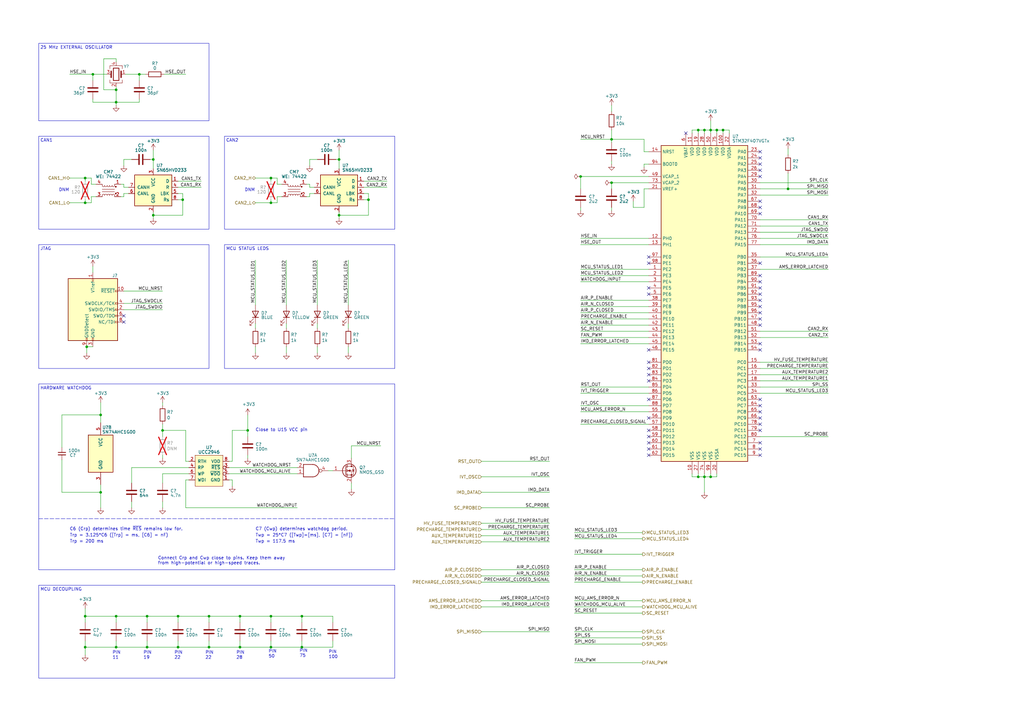
<source format=kicad_sch>
(kicad_sch (version 20250114) (generator "eeschema") (generator_version "9.0")
  (paper "A3")
  (title_block (rev "1.1") (company "KTH Formula Student") (comment 1 " - ") (comment 2 "Emil Nordahl") (comment 3 "emil.nordahl@kthformulastudent.se"))
  (rectangle (start 15.875 157.48) (end 161.925 233.68))
  (rectangle (start 15.875 17.78) (end 85.725 49.53))
  (rectangle (start 15.875 55.88) (end 85.725 93.98))
  (rectangle (start 92.075 100.33) (end 161.925 151.13))
  (rectangle (start 92.075 55.88) (end 161.925 93.98))
  (rectangle (start 15.875 240.03) (end 161.925 278.13))
  (rectangle (start 15.875 100.33) (end 85.725 151.13))
  (text "CAN1" (at 16.51 58.42 0) (effects (font (size 1.27 1.27)) (justify left bottom)))
  (text "PIN \n22" (at 84.201 270.51 0) (effects (font (size 1.27 1.27)) (justify left bottom)))
  (text "Close to U15 VCC pin\n" (at 104.775 177.165 0) (effects (font (size 1.27 1.27)) (justify left bottom)))
  (text "PIN \n100\n" (at 134.747 270.256 0) (effects (font (size 1.27 1.27)) (justify left bottom)))
  (text "Trp = 200 ms" (at 28.575 222.885 0) (effects (font (size 1.27 1.27)) (justify left bottom)))
  (text "25 MHz EXTERNAL OSCILLATOR" (at 16.51 20.32 0) (effects (font (size 1.27 1.27)) (justify left bottom)))
  (text "MCU STATUS LEDS" (at 92.71 102.87 0) (effects (font (size 1.27 1.27)) (justify left bottom)))
  (text "Connect Crp and Cwp close to pins. Keep them away \nfrom high-potential or high-speed traces.\n" (at 64.77 231.775 0) (effects (font (size 1.27 1.27)) (justify left bottom)))
  (text "PIN \n50\n" (at 110.109 270.002 0) (effects (font (size 1.27 1.27)) (justify left bottom)))
  (text "C7 (Cwp) determines watchdog period." (at 104.775 217.805 0) (effects (font (size 1.27 1.27)) (justify left bottom)))
  (text "PIN \n11\n" (at 46.101 270.51 0) (effects (font (size 1.27 1.27)) (justify left bottom)))
  (text "JTAG" (at 16.51 102.87 0) (effects (font (size 1.27 1.27)) (justify left bottom)))
  (text "Twp = 117.5 ms" (at 104.775 222.885 0) (effects (font (size 1.27 1.27)) (justify left bottom)))
  (text "C6 (Crp) determines time ~{RES} remains low for.\n" (at 28.575 217.805 0) (effects (font (size 1.27 1.27)) (justify left bottom)))
  (text "Trp = 3.125*C6 ([Trp] = ms, [C6] = nF)" (at 28.575 220.345 0) (effects (font (size 1.27 1.27)) (justify left bottom)))
  (text "PIN \n28\n" (at 96.901 270.51 0) (effects (font (size 1.27 1.27)) (justify left bottom)))
  (text "Twp = 25*C7 ([Twp]=[ms], [C7] = [nF])" (at 104.775 220.345 0) (effects (font (size 1.27 1.27)) (justify left bottom)))
  (text "MCU DECOUPLING" (at 16.51 242.57 0) (effects (font (size 1.27 1.27)) (justify left bottom)))
  (text "PIN \n22" (at 71.501 270.51 0) (effects (font (size 1.27 1.27)) (justify left bottom)))
  (text "DNM" (at 24.13 78.74 0) (effects (font (size 1.27 1.27)) (justify left bottom)))
  (text "PIN \n19\n" (at 58.801 270.51 0) (effects (font (size 1.27 1.27)) (justify left bottom)))
  (text "CAN2" (at 92.71 58.42 0) (effects (font (size 1.27 1.27)) (justify left bottom)))
  (text "DNM" (at 100.33 78.74 0) (effects (font (size 1.27 1.27)) (justify left bottom)))
  (text "HARDWARE WATCHDOG" (at 16.51 160.02 0) (effects (font (size 1.27 1.27)) (justify left bottom)))
  (text "PIN \n75" (at 122.809 269.748 0) (effects (font (size 1.27 1.27)) (justify left bottom)))
  (junction (at 151.13 81.915))
  (junction (at 101.6 176.53))
  (junction (at 47.625 36.83))
  (junction (at 57.15 30.48))
  (junction (at 111.125 73.025))
  (junction (at 35.56 142.24))
  (junction (at 34.925 73.025))
  (junction (at 98.425 265.43))
  (junction (at 47.625 265.43))
  (junction (at 73.025 252.73))
  (junction (at 111.125 83.185))
  (junction (at 73.025 265.43))
  (junction (at 66.675 176.53))
  (junction (at 291.465 53.34))
  (junction (at 139.065 65.405))
  (junction (at 123.825 252.73))
  (junction (at 111.125 265.43))
  (junction (at 41.275 170.18))
  (junction (at 60.325 265.43))
  (junction (at 286.385 53.34))
  (junction (at 34.925 265.43))
  (junction (at 250.825 74.93))
  (junction (at 288.925 195.58))
  (junction (at 250.825 57.15))
  (junction (at 123.825 265.43))
  (junction (at 41.275 201.93))
  (junction (at 98.425 252.73))
  (junction (at 85.725 252.73))
  (junction (at 74.93 81.915))
  (junction (at 60.325 252.73))
  (junction (at 238.125 72.39))
  (junction (at 296.545 53.34))
  (junction (at 38.1 30.48))
  (junction (at 294.005 53.34))
  (junction (at 47.625 252.73))
  (junction (at 85.725 265.43))
  (junction (at 62.865 65.405))
  (junction (at 34.925 83.185))
  (junction (at 286.385 195.58))
  (junction (at 34.925 252.73))
  (junction (at 111.125 252.73))
  (junction (at 47.625 41.91))
  (junction (at 139.065 88.265))
  (junction (at 323.215 77.47))
  (junction (at 291.465 195.58))
  (junction (at 62.865 88.265))
  (junction (at 288.925 53.34))
  (no_connect (at 311.785 143.51))
  (no_connect (at 311.785 69.85))
  (no_connect (at 311.785 67.31))
  (no_connect (at 311.785 176.53))
  (no_connect (at 266.065 107.95))
  (no_connect (at 311.785 120.65))
  (no_connect (at 281.305 54.61))
  (no_connect (at 266.065 181.61))
  (no_connect (at 266.065 105.41))
  (no_connect (at 266.065 163.83))
  (no_connect (at 311.785 82.55))
  (no_connect (at 266.065 179.07))
  (no_connect (at 311.785 163.83))
  (no_connect (at 311.785 72.39))
  (no_connect (at 266.065 186.69))
  (no_connect (at 266.065 143.51))
  (no_connect (at 311.785 125.73))
  (no_connect (at 311.785 115.57))
  (no_connect (at 311.785 87.63))
  (no_connect (at 266.065 184.15))
  (no_connect (at 311.785 168.91))
  (no_connect (at 50.8 129.54))
  (no_connect (at 311.785 118.11))
  (no_connect (at 266.065 148.59))
  (no_connect (at 266.065 118.11))
  (no_connect (at 311.785 184.15))
  (no_connect (at 311.785 173.99))
  (no_connect (at 311.785 128.27))
  (no_connect (at 266.065 171.45))
  (no_connect (at 311.785 171.45))
  (no_connect (at 311.785 140.97))
  (no_connect (at 266.065 176.53))
  (no_connect (at 311.785 166.37))
  (no_connect (at 311.785 130.81))
  (no_connect (at 311.785 85.09))
  (no_connect (at 266.065 151.13))
  (no_connect (at 311.785 123.19))
  (no_connect (at 266.065 120.65))
  (no_connect (at 311.785 62.23))
  (no_connect (at 311.785 107.95))
  (no_connect (at 311.785 64.77))
  (no_connect (at 311.785 181.61))
  (no_connect (at 311.785 133.35))
  (no_connect (at 266.065 153.67))
  (no_connect (at 266.065 156.21))
  (no_connect (at 311.785 113.03))
  (no_connect (at 50.8 132.08))
  (no_connect (at 311.785 186.69))
  (wire (pts (xy 113.665 75.565) (xy 113.665 73.025)))
  (wire (pts (xy 35.56 144.78) (xy 35.56 142.24)))
  (wire (pts (xy 111.125 73.025) (xy 111.125 74.295)))
  (wire (pts (xy 130.175 142.24) (xy 130.175 144.78)))
  (wire (pts (xy 101.6 176.53) (xy 101.6 179.07)))
  (wire (pts (xy 311.785 77.47) (xy 323.215 77.47)))
  (wire (pts (xy 311.785 138.43) (xy 339.725 138.43)))
  (wire (pts (xy 197.485 217.17) (xy 225.425 217.17)))
  (wire (pts (xy 73.025 262.89) (xy 73.025 265.43)))
  (wire (pts (xy 250.825 74.93) (xy 266.065 74.93)))
  (wire (pts (xy 283.845 194.31) (xy 283.845 195.58)))
  (wire (pts (xy 311.785 158.75) (xy 339.725 158.75)))
  (wire (pts (xy 50.8 79.375) (xy 52.705 79.375)))
  (wire (pts (xy 158.75 74.295) (xy 149.225 74.295)))
  (wire (pts (xy 127 76.835) (xy 128.905 76.835)))
  (wire (pts (xy 197.485 259.08) (xy 225.425 259.08)))
  (wire (pts (xy 197.485 214.63) (xy 225.425 214.63)))
  (wire (pts (xy 311.785 156.21) (xy 339.725 156.21)))
  (wire (pts (xy 296.545 53.34) (xy 299.085 53.34)))
  (wire (pts (xy 294.005 53.34) (xy 296.545 53.34)))
  (wire (pts (xy 62.865 61.595) (xy 62.865 65.405)))
  (wire (pts (xy 250.825 85.09) (xy 250.825 86.36)))
  (wire (pts (xy 291.465 49.53) (xy 291.465 53.34)))
  (wire (pts (xy 294.005 194.31) (xy 294.005 195.58)))
  (wire (pts (xy 85.725 252.73) (xy 85.725 255.27)))
  (wire (pts (xy 294.005 53.34) (xy 294.005 54.61)))
  (wire (pts (xy 66.675 186.69) (xy 66.675 187.96)))
  (wire (pts (xy 311.785 92.71) (xy 339.725 92.71)))
  (wire (pts (xy 250.825 43.18) (xy 250.825 45.72)))
  (wire (pts (xy 266.065 166.37) (xy 238.125 166.37)))
  (wire (pts (xy 311.785 179.07) (xy 339.725 179.07)))
  (wire (pts (xy 291.465 194.31) (xy 291.465 195.58)))
  (wire (pts (xy 323.215 77.47) (xy 339.725 77.47)))
  (wire (pts (xy 50.8 75.565) (xy 50.8 76.835)))
  (wire (pts (xy 151.13 81.915) (xy 149.225 81.915)))
  (wire (pts (xy 299.085 53.34) (xy 299.085 54.61)))
  (wire (pts (xy 291.465 54.61) (xy 291.465 53.34)))
  (wire (pts (xy 264.16 77.47) (xy 264.16 85.09)))
  (wire (pts (xy 136.525 252.73) (xy 123.825 252.73)))
  (wire (pts (xy 263.525 259.08) (xy 235.585 259.08)))
  (wire (pts (xy 286.385 195.58) (xy 283.845 195.58)))
  (wire (pts (xy 95.25 176.53) (xy 101.6 176.53)))
  (wire (pts (xy 266.065 110.49) (xy 238.125 110.49)))
  (wire (pts (xy 142.875 142.24) (xy 142.875 144.78)))
  (wire (pts (xy 286.385 194.31) (xy 286.385 195.58)))
  (wire (pts (xy 38.1 109.22) (xy 38.1 111.76)))
  (wire (pts (xy 47.625 252.73) (xy 60.325 252.73)))
  (wire (pts (xy 139.065 88.265) (xy 151.13 88.265)))
  (wire (pts (xy 53.975 191.77) (xy 77.47 191.77)))
  (wire (pts (xy 47.625 262.89) (xy 47.625 265.43)))
  (wire (pts (xy 286.385 53.34) (xy 288.925 53.34)))
  (wire (pts (xy 136.525 262.89) (xy 136.525 265.43)))
  (wire (pts (xy 197.485 219.71) (xy 225.425 219.71)))
  (wire (pts (xy 113.665 80.645) (xy 113.665 83.185)))
  (wire (pts (xy 41.275 198.755) (xy 41.275 201.93)))
  (wire (pts (xy 98.425 265.43) (xy 98.425 262.89)))
  (wire (pts (xy 59.69 30.48) (xy 57.15 30.48)))
  (wire (pts (xy 311.785 135.89) (xy 339.725 135.89)))
  (wire (pts (xy 266.065 135.89) (xy 238.125 135.89)))
  (wire (pts (xy 41.275 165.1) (xy 41.275 170.18)))
  (wire (pts (xy 111.125 81.915) (xy 111.125 83.185)))
  (wire (pts (xy 283.845 54.61) (xy 283.845 53.34)))
  (wire (pts (xy 34.925 265.43) (xy 34.925 262.89)))
  (wire (pts (xy 47.625 41.91) (xy 47.625 43.18)))
  (wire (pts (xy 266.065 123.19) (xy 238.125 123.19)))
  (wire (pts (xy 62.865 65.405) (xy 62.865 69.215)))
  (wire (pts (xy 266.065 113.03) (xy 238.125 113.03)))
  (wire (pts (xy 127 75.565) (xy 127 76.835)))
  (wire (pts (xy 123.825 265.43) (xy 111.125 265.43)))
  (wire (pts (xy 98.425 255.27) (xy 98.425 252.73)))
  (wire (pts (xy 130.175 106.68) (xy 130.175 125.095)))
  (wire (pts (xy 142.875 132.715) (xy 142.875 134.62)))
  (wire (pts (xy 137.795 65.405) (xy 139.065 65.405)))
  (wire (pts (xy 259.715 85.09) (xy 264.16 85.09)))
  (wire (pts (xy 66.675 173.99) (xy 66.675 176.53)))
  (wire (pts (xy 93.98 196.85) (xy 95.25 196.85)))
  (wire (pts (xy 139.065 88.265) (xy 139.065 89.535)))
  (wire (pts (xy 151.13 88.265) (xy 151.13 81.915)))
  (wire (pts (xy 127 65.405) (xy 130.175 65.405)))
  (wire (pts (xy 49.53 80.645) (xy 50.8 80.645)))
  (wire (pts (xy 311.785 148.59) (xy 339.725 148.59)))
  (wire (pts (xy 123.825 265.43) (xy 136.525 265.43)))
  (wire (pts (xy 266.065 138.43) (xy 238.125 138.43)))
  (wire (pts (xy 104.775 106.68) (xy 104.775 125.095)))
  (wire (pts (xy 127 65.405) (xy 127 67.945)))
  (wire (pts (xy 104.775 132.715) (xy 104.775 134.62)))
  (wire (pts (xy 311.785 161.29) (xy 339.725 161.29)))
  (wire (pts (xy 34.925 73.025) (xy 34.925 74.295)))
  (wire (pts (xy 77.47 189.23) (xy 76.2 189.23)))
  (wire (pts (xy 113.665 73.025) (xy 111.125 73.025)))
  (wire (pts (xy 125.73 80.645) (xy 127 80.645)))
  (wire (pts (xy 288.925 53.34) (xy 291.465 53.34)))
  (wire (pts (xy 238.125 100.33) (xy 266.065 100.33)))
  (wire (pts (xy 111.125 83.185) (xy 104.775 83.185)))
  (wire (pts (xy 76.2 30.48) (xy 67.31 30.48)))
  (wire (pts (xy 85.725 262.89) (xy 85.725 265.43)))
  (wire (pts (xy 117.475 142.24) (xy 117.475 144.78)))
  (wire (pts (xy 127 79.375) (xy 127 80.645)))
  (wire (pts (xy 37.465 73.025) (xy 37.465 75.565)))
  (wire (pts (xy 250.825 57.15) (xy 264.16 57.15)))
  (wire (pts (xy 311.785 105.41) (xy 339.725 105.41)))
  (wire (pts (xy 266.065 140.97) (xy 238.125 140.97)))
  (wire (pts (xy 130.175 132.715) (xy 130.175 134.62)))
  (wire (pts (xy 288.925 201.93) (xy 288.925 195.58)))
  (wire (pts (xy 50.8 65.405) (xy 53.975 65.405)))
  (wire (pts (xy 66.675 176.53) (xy 76.2 176.53)))
  (wire (pts (xy 73.025 252.73) (xy 85.725 252.73)))
  (wire (pts (xy 95.25 196.85) (xy 95.25 199.39)))
  (wire (pts (xy 263.525 248.92) (xy 235.585 248.92)))
  (wire (pts (xy 73.025 79.375) (xy 74.93 79.375)))
  (wire (pts (xy 266.065 115.57) (xy 238.125 115.57)))
  (wire (pts (xy 197.485 233.68) (xy 225.425 233.68)))
  (wire (pts (xy 266.065 173.99) (xy 238.125 173.99)))
  (wire (pts (xy 111.125 265.43) (xy 98.425 265.43)))
  (wire (pts (xy 339.725 100.33) (xy 311.785 100.33)))
  (wire (pts (xy 60.325 252.73) (xy 60.325 255.27)))
  (wire (pts (xy 28.575 30.48) (xy 38.1 30.48)))
  (wire (pts (xy 263.525 251.46) (xy 235.585 251.46)))
  (wire (pts (xy 263.525 271.78) (xy 235.585 271.78)))
  (wire (pts (xy 149.225 76.835) (xy 158.75 76.835)))
  (wire (pts (xy 311.785 110.49) (xy 339.725 110.49)))
  (wire (pts (xy 197.485 208.28) (xy 225.425 208.28)))
  (wire (pts (xy 62.865 86.995) (xy 62.865 88.265)))
  (wire (pts (xy 74.93 79.375) (xy 74.93 81.915)))
  (wire (pts (xy 93.98 194.31) (xy 121.92 194.31)))
  (wire (pts (xy 47.625 24.13) (xy 42.545 24.13)))
  (wire (pts (xy 291.465 195.58) (xy 288.925 195.58)))
  (wire (pts (xy 93.98 189.23) (xy 95.25 189.23)))
  (wire (pts (xy 294.005 195.58) (xy 291.465 195.58)))
  (wire (pts (xy 76.2 196.85) (xy 77.47 196.85)))
  (wire (pts (xy 139.065 61.595) (xy 139.065 65.405)))
  (wire (pts (xy 266.065 133.35) (xy 238.125 133.35)))
  (wire (pts (xy 61.595 65.405) (xy 62.865 65.405)))
  (wire (pts (xy 235.585 220.98) (xy 263.525 220.98)))
  (wire (pts (xy 125.73 75.565) (xy 127 75.565)))
  (wire (pts (xy 263.525 233.68) (xy 235.585 233.68)))
  (wire (pts (xy 60.325 252.73) (xy 73.025 252.73)))
  (wire (pts (xy 263.525 264.16) (xy 235.585 264.16)))
  (wire (pts (xy 25.4 170.18) (xy 41.275 170.18)))
  (wire (pts (xy 283.845 53.34) (xy 286.385 53.34)))
  (wire (pts (xy 264.16 67.31) (xy 264.16 68.58)))
  (wire (pts (xy 311.785 153.67) (xy 339.725 153.67)))
  (wire (pts (xy 264.16 57.15) (xy 264.16 62.23)))
  (wire (pts (xy 311.785 90.17) (xy 339.725 90.17)))
  (wire (pts (xy 34.925 265.43) (xy 34.925 268.605)))
  (wire (pts (xy 117.475 132.715) (xy 117.475 134.62)))
  (wire (pts (xy 238.125 57.15) (xy 250.825 57.15)))
  (wire (pts (xy 123.825 252.73) (xy 123.825 255.27)))
  (wire (pts (xy 73.025 76.835) (xy 82.55 76.835)))
  (wire (pts (xy 288.925 194.31) (xy 288.925 195.58)))
  (wire (pts (xy 288.925 54.61) (xy 288.925 53.34)))
  (wire (pts (xy 263.525 236.22) (xy 235.585 236.22)))
  (wire (pts (xy 66.675 194.31) (xy 66.675 198.12)))
  (wire (pts (xy 34.925 252.73) (xy 47.625 252.73)))
  (wire (pts (xy 25.4 201.93) (xy 41.275 201.93)))
  (wire (pts (xy 144.145 182.88) (xy 144.145 187.96)))
  (wire (pts (xy 47.625 265.43) (xy 34.925 265.43)))
  (wire (pts (xy 266.065 168.91) (xy 238.125 168.91)))
  (wire (pts (xy 197.485 246.38) (xy 225.425 246.38)))
  (wire (pts (xy 139.065 86.995) (xy 139.065 88.265)))
  (wire (pts (xy 49.53 75.565) (xy 50.8 75.565)))
  (wire (pts (xy 197.485 248.92) (xy 225.425 248.92)))
  (wire (pts (xy 291.465 53.34) (xy 294.005 53.34)))
  (wire (pts (xy 264.16 67.31) (xy 266.065 67.31)))
  (wire (pts (xy 43.815 30.48) (xy 38.1 30.48)))
  (wire (pts (xy 264.16 62.23) (xy 266.065 62.23)))
  (wire (pts (xy 235.585 218.44) (xy 263.525 218.44)))
  (wire (pts (xy 238.125 97.79) (xy 266.065 97.79)))
  (wire (pts (xy 93.98 191.77) (xy 121.92 191.77)))
  (wire (pts (xy 41.275 201.93) (xy 41.275 208.28)))
  (wire (pts (xy 134.62 193.04) (xy 136.525 193.04)))
  (wire (pts (xy 323.215 71.12) (xy 323.215 77.47)))
  (wire (pts (xy 296.545 53.34) (xy 296.545 54.61)))
  (wire (pts (xy 311.785 151.13) (xy 339.725 151.13)))
  (wire (pts (xy 288.925 195.58) (xy 286.385 195.58)))
  (wire (pts (xy 73.025 265.43) (xy 85.725 265.43)))
  (wire (pts (xy 115.57 80.645) (xy 113.665 80.645)))
  (wire (pts (xy 60.325 265.43) (xy 73.025 265.43)))
  (wire (pts (xy 117.475 106.68) (xy 117.475 125.095)))
  (wire (pts (xy 139.065 65.405) (xy 139.065 69.215)))
  (wire (pts (xy 76.2 208.28) (xy 121.92 208.28)))
  (wire (pts (xy 197.485 222.25) (xy 225.425 222.25)))
  (wire (pts (xy 197.485 236.22) (xy 225.425 236.22)))
  (wire (pts (xy 197.485 201.93) (xy 225.425 201.93)))
  (wire (pts (xy 311.785 74.93) (xy 339.725 74.93)))
  (wire (pts (xy 57.15 40.64) (xy 57.15 41.91)))
  (polyline (pts (xy 15.875 212.725) (xy 161.925 212.725)) (stroke (width 0) (type dash)))
  (wire (pts (xy 98.425 252.73) (xy 111.125 252.73)))
  (wire (pts (xy 266.065 130.81) (xy 238.125 130.81)))
  (wire (pts (xy 266.065 77.47) (xy 264.16 77.47)))
  (wire (pts (xy 263.525 261.62) (xy 235.585 261.62)))
  (wire (pts (xy 263.525 246.38) (xy 235.585 246.38)))
  (wire (pts (xy 47.625 36.83) (xy 47.625 41.91)))
  (wire (pts (xy 50.8 127) (xy 66.675 127)))
  (wire (pts (xy 53.975 191.77) (xy 53.975 198.12)))
  (wire (pts (xy 111.125 252.73) (xy 123.825 252.73)))
  (wire (pts (xy 53.975 205.74) (xy 53.975 208.28)))
  (wire (pts (xy 113.665 83.185) (xy 111.125 83.185)))
  (wire (pts (xy 266.065 158.75) (xy 238.125 158.75)))
  (wire (pts (xy 266.065 128.27) (xy 238.125 128.27)))
  (wire (pts (xy 197.485 189.23) (xy 225.425 189.23)))
  (wire (pts (xy 111.125 262.89) (xy 111.125 265.43)))
  (wire (pts (xy 156.21 182.88) (xy 144.145 182.88)))
  (wire (pts (xy 151.13 79.375) (xy 151.13 81.915)))
  (wire (pts (xy 51.435 30.48) (xy 57.15 30.48)))
  (wire (pts (xy 66.675 165.1) (xy 66.675 166.37)))
  (wire (pts (xy 39.37 80.645) (xy 37.465 80.645)))
  (wire (pts (xy 286.385 54.61) (xy 286.385 53.34)))
  (wire (pts (xy 311.785 95.25) (xy 339.725 95.25)))
  (wire (pts (xy 74.93 88.265) (xy 74.93 81.915)))
  (wire (pts (xy 323.215 60.96) (xy 323.215 63.5)))
  (wire (pts (xy 50.8 65.405) (xy 50.8 67.945)))
  (wire (pts (xy 123.825 262.89) (xy 123.825 265.43)))
  (wire (pts (xy 98.425 252.73) (xy 85.725 252.73)))
  (wire (pts (xy 47.625 35.56) (xy 47.625 36.83)))
  (wire (pts (xy 263.525 227.33) (xy 235.585 227.33)))
  (wire (pts (xy 34.925 255.27) (xy 34.925 252.73)))
  (wire (pts (xy 50.8 79.375) (xy 50.8 80.645)))
  (wire (pts (xy 66.675 194.31) (xy 77.47 194.31)))
  (wire (pts (xy 82.55 74.295) (xy 73.025 74.295)))
  (wire (pts (xy 76.2 196.85) (xy 76.2 208.28)))
  (wire (pts (xy 115.57 75.565) (xy 113.665 75.565)))
  (wire (pts (xy 104.775 73.025) (xy 111.125 73.025)))
  (wire (pts (xy 263.525 238.76) (xy 235.585 238.76)))
  (wire (pts (xy 38.1 41.91) (xy 47.625 41.91)))
  (wire (pts (xy 62.865 88.265) (xy 62.865 89.535)))
  (wire (pts (xy 60.325 265.43) (xy 60.325 262.89)))
  (wire (pts (xy 28.575 83.185) (xy 34.925 83.185)))
  (wire (pts (xy 47.625 265.43) (xy 60.325 265.43)))
  (wire (pts (xy 238.125 72.39) (xy 266.065 72.39)))
  (wire (pts (xy 149.225 79.375) (xy 151.13 79.375)))
  (wire (pts (xy 101.6 170.18) (xy 101.6 176.53)))
  (wire (pts (xy 76.2 189.23) (xy 76.2 176.53)))
  (wire (pts (xy 74.93 81.915) (xy 73.025 81.915)))
  (wire (pts (xy 41.275 170.18) (xy 41.275 173.355)))
  (wire (pts (xy 37.465 80.645) (xy 37.465 83.185)))
  (wire (pts (xy 197.485 238.76) (xy 225.425 238.76)))
  (wire (pts (xy 104.775 142.24) (xy 104.775 144.78)))
  (wire (pts (xy 47.625 41.91) (xy 57.15 41.91)))
  (wire (pts (xy 259.715 85.09) (xy 259.715 82.55)))
  (wire (pts (xy 250.825 53.34) (xy 250.825 57.15)))
  (wire (pts (xy 50.8 76.835) (xy 52.705 76.835)))
  (wire (pts (xy 38.1 30.48) (xy 38.1 33.02)))
  (wire (pts (xy 50.8 119.38) (xy 66.675 119.38)))
  (wire (pts (xy 35.56 142.24) (xy 38.1 142.24)))
  (wire (pts (xy 25.4 188.595) (xy 25.4 201.93)))
  (wire (pts (xy 136.525 255.27) (xy 136.525 252.73)))
  (wire (pts (xy 238.125 77.47) (xy 238.125 72.39)))
  (wire (pts (xy 39.37 75.565) (xy 37.465 75.565)))
  (wire (pts (xy 28.575 73.025) (xy 34.925 73.025)))
  (wire (pts (xy 38.1 40.64) (xy 38.1 41.91)))
  (wire (pts (xy 37.465 83.185) (xy 34.925 83.185)))
  (wire (pts (xy 42.545 24.13) (xy 42.545 36.83)))
  (wire (pts (xy 34.925 83.185) (xy 34.925 81.915)))
  (wire (pts (xy 144.145 198.12) (xy 144.145 200.66)))
  (wire (pts (xy 266.065 161.29) (xy 238.125 161.29)))
  (wire (pts (xy 111.125 252.73) (xy 111.125 255.27)))
  (wire (pts (xy 311.785 97.79) (xy 339.725 97.79)))
  (wire (pts (xy 47.625 24.13) (xy 47.625 25.4)))
  (wire (pts (xy 25.4 170.18) (xy 25.4 183.515)))
  (wire (pts (xy 95.25 176.53) (xy 95.25 189.23)))
  (wire (pts (xy 62.865 88.265) (xy 74.93 88.265)))
  (wire (pts (xy 311.785 80.01) (xy 339.725 80.01)))
  (wire (pts (xy 57.15 30.48) (xy 57.15 33.02)))
  (wire (pts (xy 37.465 73.025) (xy 34.925 73.025)))
  (wire (pts (xy 47.625 252.73) (xy 47.625 255.27)))
  (wire (pts (xy 197.485 195.58) (xy 225.425 195.58)))
  (wire (pts (xy 66.675 205.74) (xy 66.675 208.28)))
  (wire (pts (xy 42.545 36.83) (xy 47.625 36.83)))
  (wire (pts (xy 250.825 74.93) (xy 250.825 77.47)))
  (wire (pts (xy 250.825 66.04) (xy 250.825 67.31)))
  (wire (pts (xy 66.675 176.53) (xy 66.675 179.07)))
  (wire (pts (xy 50.8 124.46) (xy 66.675 124.46)))
  (wire (pts (xy 127 79.375) (xy 128.905 79.375)))
  (wire (pts (xy 101.6 186.69) (xy 101.6 187.96)))
  (wire (pts (xy 266.065 125.73) (xy 238.125 125.73)))
  (wire (pts (xy 85.725 265.43) (xy 98.425 265.43)))
  (wire (pts (xy 142.875 106.68) (xy 142.875 125.095)))
  (wire (pts (xy 34.925 249.555) (xy 34.925 252.73)))
  (wire (pts (xy 73.025 252.73) (xy 73.025 255.27)))
  (wire (pts (xy 250.825 57.15) (xy 250.825 58.42)))
  (wire (pts (xy 238.125 85.09) (xy 238.125 86.36)))
  (label "SPI_MISO" (at 339.725 77.47 180))
  (label "MCU_STATUS_LED4" (at 142.875 106.68 270))
  (label "HSE_OUT" (at 238.125 100.33 0))
  (label "AUX_TEMPERATURE1" (at 339.725 156.21 180))
  (label "MCU_AMS_ERROR_N" (at 235.585 246.38 0))
  (label "JTAG_SWDIO" (at 339.725 95.25 180))
  (label "CAN2_RX" (at 158.75 76.835 180))
  (label "FAN_PWM" (at 238.125 138.43 0))
  (label "PRECHARGE_ENABLE" (at 235.585 238.76 0))
  (label "MCU_AMS_ERROR_N" (at 238.125 168.91 0))
  (label "HSE_OUT" (at 76.2 30.48 180))
  (label "HSE_IN" (at 28.575 30.48 0))
  (label "AUX_TEMPERATURE1" (at 225.425 219.71 180))
  (label "RST_OUT" (at 238.125 158.75 0))
  (label "MCU_NRST" (at 66.675 119.38 180))
  (label "IVT_OSC" (at 225.425 195.58 180))
  (label "SPI_CLK" (at 339.725 74.93 180))
  (label "AIR_P_CLOSED" (at 225.425 233.68 180))
  (label "SPI_SS" (at 235.585 261.62 0))
  (label "CAN2_RX" (at 339.725 135.89 180))
  (label "CAN1_TX" (at 339.725 92.71 180))
  (label "MCU_STATUS_LED1" (at 104.775 106.68 270))
  (label "WATCHDOG_INPUT" (at 238.125 115.57 0))
  (label "JTAG_SWDIO" (at 66.675 127 180))
  (label "MCU_NRST" (at 156.21 182.88 180))
  (label "AUX_TEMPERATURE2" (at 225.425 222.25 180))
  (label "RST_OUT" (at 225.425 189.23 180))
  (label "CAN2_TX" (at 339.725 138.43 180))
  (label "MCU_STATUS_LED3" (at 130.175 106.68 270))
  (label "HV_FUSE_TEMPERATURE" (at 339.725 148.59 180))
  (label "AIR_N_CLOSED" (at 238.125 125.73 0))
  (label "SPI_MISO" (at 225.425 259.08 180))
  (label "IVT_TRIGGER" (at 235.585 227.33 0))
  (label "MCU_STATUS_LED3" (at 339.725 161.29 180))
  (label "PRECHARGE_CLOSED_SIGNAL" (at 238.125 173.99 0))
  (label "SPI_CLK" (at 235.585 259.08 0))
  (label "WATCHDOG_MCU_ALIVE" (at 235.585 248.92 0))
  (label "MCU_STATUS_LED2" (at 238.125 113.03 0))
  (label "SPI_SS" (at 339.725 158.75 180))
  (label "PRECHARGE_ENABLE" (at 238.125 130.81 0))
  (label "JTAG_SWDCLK" (at 339.725 97.79 180))
  (label "MCU_NRST" (at 238.125 57.15 0))
  (label "MCU_STATUS_LED1" (at 238.125 110.49 0))
  (label "PRECHARGE_TEMPERATURE" (at 339.725 151.13 180))
  (label "CAN1_RX" (at 82.55 76.835 180))
  (label "HSE_IN" (at 238.125 97.79 0))
  (label "SC_RESET" (at 235.585 251.46 0))
  (label "SC_PROBE" (at 339.725 179.07 180))
  (label "IMD_ERROR_LATCHED" (at 238.125 140.97 0))
  (label "SPI_MOSI" (at 339.725 80.01 180))
  (label "IMD_DATA" (at 339.725 100.33 180))
  (label "AIR_P_ENABLE" (at 235.585 233.68 0))
  (label "MCU_STATUS_LED4" (at 339.725 105.41 180))
  (label "AIR_N_ENABLE" (at 238.125 133.35 0))
  (label "PRECHARGE_CLOSED_SIGNAL" (at 225.425 238.76 180))
  (label "AUX_TEMPERATURE2" (at 339.725 153.67 180))
  (label "SPI_MOSI" (at 235.585 264.16 0))
  (label "AMS_ERROR_LATCHED" (at 225.425 246.38 180))
  (label "CAN2_TX" (at 158.75 74.295 180))
  (label "JTAG_SWDCLK" (at 66.675 124.46 180))
  (label "MCU_STATUS_LED4" (at 235.585 220.98 0))
  (label "SC_RESET" (at 238.125 135.89 0))
  (label "AIR_P_CLOSED" (at 238.125 128.27 0))
  (label "IVT_TRIGGER" (at 238.125 161.29 0))
  (label "AIR_N_CLOSED" (at 225.425 236.22 180))
  (label "WATCHDOG_NRST" (at 119.38 191.77 180))
  (label "AIR_P_ENABLE" (at 238.125 123.19 0))
  (label "FAN_PWM" (at 235.585 271.78 0))
  (label "HV_FUSE_TEMPERATURE" (at 225.425 214.63 180))
  (label "MCU_STATUS_LED3" (at 235.585 218.44 0))
  (label "IVT_OSC" (at 238.125 166.37 0))
  (label "AMS_ERROR_LATCHED" (at 339.725 110.49 180))
  (label "PRECHARGE_TEMPERATURE" (at 225.425 217.17 180))
  (label "CAN1_RX" (at 339.725 90.17 180))
  (label "SC_PROBE" (at 225.425 208.28 180))
  (label "MCU_STATUS_LED2" (at 117.475 106.68 270))
  (label "CAN1_TX" (at 82.55 74.295 180))
  (label "IMD_DATA" (at 225.425 201.93 180))
  (label "WATCHDOG_INPUT" (at 121.92 208.28 180))
  (label "IMD_ERROR_LATCHED" (at 225.425 248.92 180))
  (label "WATCHDOG_MCU_ALIVE" (at 119.38 194.31 180))
  (label "AIR_N_ENABLE" (at 235.585 236.22 0))
  (hierarchical_label "SPI_MOSI" (shape output) (at 263.525 264.16 0))
  (hierarchical_label "AUX_TEMPERATURE1" (shape input) (at 197.485 219.71 180))
  (hierarchical_label "RST_OUT" (shape input) (at 197.485 189.23 180))
  (hierarchical_label "PRECHARGE_TEMPERATURE" (shape input) (at 197.485 217.17 180))
  (hierarchical_label "AUX_TEMPERATURE2" (shape input) (at 197.485 222.25 180))
  (hierarchical_label "CAN2_H" (shape bidirectional) (at 104.775 73.025 180))
  (hierarchical_label "PRECHARGE_CLOSED_SIGNAL" (shape input) (at 197.485 238.76 180))
  (hierarchical_label "HV_FUSE_TEMPERATURE" (shape input) (at 197.485 214.63 180))
  (hierarchical_label "SC_RESET" (shape output) (at 263.525 251.46 0))
  (hierarchical_label "AIR_P_ENABLE" (shape output) (at 263.525 233.68 0))
  (hierarchical_label "FAN_PWM" (shape output) (at 263.525 271.78 0))
  (hierarchical_label "CAN1_H" (shape bidirectional) (at 28.575 73.025 180))
  (hierarchical_label "AIR_P_CLOSED" (shape input) (at 197.485 233.68 180))
  (hierarchical_label "WATCHDOG_MCU_ALIVE" (shape output) (at 263.525 248.92 0))
  (hierarchical_label "PRECHARGE_ENABLE" (shape output) (at 263.525 238.76 0))
  (hierarchical_label "AIR_N_CLOSED" (shape input) (at 197.485 236.22 180))
  (hierarchical_label "SPI_CLK" (shape output) (at 263.525 259.08 0))
  (hierarchical_label "IMD_DATA" (shape input) (at 197.485 201.93 180))
  (hierarchical_label "AMS_ERROR_LATCHED" (shape input) (at 197.485 246.38 180))
  (hierarchical_label "SPI_SS" (shape output) (at 263.525 261.62 0))
  (hierarchical_label "MCU_STATUS_LED3" (shape output) (at 263.525 218.44 0))
  (hierarchical_label "IVT_TRIGGER" (shape output) (at 263.525 227.33 0))
  (hierarchical_label "IMD_ERROR_LATCHED" (shape input) (at 197.485 248.92 180))
  (hierarchical_label "SPI_MISO" (shape input) (at 197.485 259.08 180))
  (hierarchical_label "IVT_OSC" (shape input) (at 197.485 195.58 180))
  (hierarchical_label "MCU_AMS_ERROR_N" (shape output) (at 263.525 246.38 0))
  (hierarchical_label "AIR_N_ENABLE" (shape output) (at 263.525 236.22 0))
  (hierarchical_label "SC_PROBE" (shape input) (at 197.485 208.28 180))
  (hierarchical_label "CAN2_L" (shape bidirectional) (at 104.775 83.185 180))
  (hierarchical_label "MCU_STATUS_LED4" (shape output) (at 263.525 220.98 0))
  (hierarchical_label "CAN1_L" (shape bidirectional) (at 28.575 83.185 180))
  (symbol (lib_id "power:GND") (at 288.925 201.93 0) (unit 1)
    (property "Reference" "#PWR?" (effects (hide yes)))
    (property "Value" "GND" (effects (hide yes)))
  )
  (symbol (lib_id "DeV18-AMS_bot_0.1-rescue:+3.3V-power") (at 38.1 109.22 0) (unit 1)
    (property "Reference" "#PWR?" (effects (hide yes)))
    (property "Value" "+3V3" (at 38.1 105.41 0))
  )
  (symbol (lib_id "Device:LED") (at 104.775 128.905 270) (mirror x) (unit 1)
    (property "Reference" "D?" (at 107.061 128.397 90) (effects (justify left)))
    (property "Value" "BLUE" (at 107.061 130.175 90) (effects (justify left)))
    (property "Footprint" "LED_SMD:LED_0603_1608Metric" (effects (hide yes)))
  )
  (symbol (lib_id "Device:LED") (at 117.475 128.905 270) (mirror x) (unit 1)
    (property "Reference" "D?" (at 119.761 128.397 90) (effects (justify left)))
    (property "Value" "YELLOW" (at 119.761 130.175 90) (effects (justify left)))
    (property "Footprint" "LED_SMD:LED_0603_1608Metric" (effects (hide yes)))
  )
  (symbol (lib_id "Device:LED") (at 130.175 128.905 270) (mirror x) (unit 1)
    (property "Reference" "D?" (at 132.461 128.397 90) (effects (justify left)))
    (property "Value" "GREEN" (at 132.461 130.175 90) (effects (justify left)))
    (property "Footprint" "LED_SMD:LED_0603_1608Metric" (effects (hide yes)))
  )
  (symbol (lib_id "Device:R") (at 104.775 138.43 0) (unit 1)
    (property "Reference" "R?" (at 106.553 137.2616 0) (effects (justify left)))
    (property "Value" "1k" (at 106.553 139.573 0) (effects (justify left)))
    (property "Footprint" "Resistor_SMD:R_0603_1608Metric" (effects (hide yes)))
  )
  (symbol (lib_id "Device:R") (at 117.475 138.43 0) (unit 1)
    (property "Reference" "R?" (at 119.253 137.2616 0) (effects (justify left)))
    (property "Value" "1k" (at 119.253 139.573 0) (effects (justify left)))
    (property "Footprint" "Resistor_SMD:R_0603_1608Metric" (effects (hide yes)))
  )
  (symbol (lib_id "Device:R") (at 130.175 138.43 0) (unit 1)
    (property "Reference" "R?" (at 131.953 137.2616 0) (effects (justify left)))
    (property "Value" "1k" (at 131.953 139.573 0) (effects (justify left)))
    (property "Footprint" "Resistor_SMD:R_0603_1608Metric" (effects (hide yes)))
  )
  (symbol (lib_id "power:GND") (at 104.775 144.78 0) (unit 1)
    (property "Reference" "#PWR?" (effects (hide yes)))
    (property "Value" "GND" (effects (hide yes)))
  )
  (symbol (lib_id "power:GND") (at 117.475 144.78 0) (unit 1)
    (property "Reference" "#PWR?" (effects (hide yes)))
    (property "Value" "GND" (effects (hide yes)))
  )
  (symbol (lib_id "power:GND") (at 130.175 144.78 0) (unit 1)
    (property "Reference" "#PWR?" (effects (hide yes)))
    (property "Value" "GND" (effects (hide yes)))
  )
  (symbol (lib_id "power:GND") (at 35.56 144.78 0) (unit 1)
    (property "Reference" "#PWR?" (effects (hide yes)))
    (property "Value" "GND" (effects (hide yes)))
  )
  (symbol (lib_id "DeV18-AMS_bot_0.1-rescue:ARM_JTAG_SWD_10-KTHFS") (at 38.1 128.27 0) (unit 1)
    (property "Reference" "J?" (at 48.26 113.03 0) (effects (justify right)))
    (property "Value" "ARM_JTAG_SWD_10" (effects (hide yes)))
    (property "Footprint" "KTHFS:Atmel_ICP_connector" (effects (hide yes)))
  )
  (symbol (lib_id "DeV18-AMS_bot_0.1-rescue:STM32F407VGTx-MCU_ST_STM32F4") (at 288.925 123.19 0) (unit 1)
    (property "Reference" "U?" (at 301.625 55.88 0))
    (property "Value" "STM32F407VGTx" (at 307.975 57.785 0))
    (property "Footprint" "Package_QFP:LQFP-100_14x14mm_P0.5mm" (effects (hide yes)))
    (property "Datasheet" "http://www.st.com/st-web-ui/static/active/en/resource/technical/document/datasheet/DM00037051.pdf" (effects (hide yes)))
  )
  (symbol (lib_id "Device:LED") (at 142.875 128.905 270) (mirror x) (unit 1)
    (property "Reference" "D?" (at 145.161 128.397 90) (effects (justify left)))
    (property "Value" "GREEN" (at 145.161 130.175 90) (effects (justify left)))
    (property "Footprint" "LED_SMD:LED_0603_1608Metric" (effects (hide yes)))
  )
  (symbol (lib_id "Device:R") (at 142.875 138.43 0) (unit 1)
    (property "Reference" "R?" (at 144.653 137.2616 0) (effects (justify left)))
    (property "Value" "1k" (at 144.653 139.573 0) (effects (justify left)))
    (property "Footprint" "Resistor_SMD:R_0603_1608Metric" (effects (hide yes)))
  )
  (symbol (lib_id "power:GND") (at 142.875 144.78 0) (unit 1)
    (property "Reference" "#PWR?" (effects (hide yes)))
    (property "Value" "GND" (effects (hide yes)))
  )
  (symbol (lib_id "Device:C") (at 250.825 81.28 0) (unit 1)
    (property "Reference" "C?" (at 254 80.645 0) (effects (justify left)))
    (property "Value" "2u2" (at 254 82.55 0) (effects (justify left)))
    (property "Footprint" "Capacitor_SMD:C_0805_2012Metric" (effects (hide yes)))
  )
  (symbol (lib_id "Device:C") (at 238.125 81.28 0) (unit 1)
    (property "Reference" "C?" (at 241.427 80.645 0) (effects (justify left)))
    (property "Value" "2u2" (at 241.427 82.55 0) (effects (justify left)))
    (property "Footprint" "Capacitor_SMD:C_0805_2012Metric" (effects (hide yes)))
  )
  (symbol (lib_id "power:GND") (at 250.825 67.31 0) (unit 1)
    (property "Reference" "#PWR?" (effects (hide yes)))
    (property "Value" "GND" (effects (hide yes)))
  )
  (symbol (lib_id "Device:C") (at 250.825 62.23 0) (unit 1)
    (property "Reference" "C?" (at 254 61.595 0) (effects (justify left)))
    (property "Value" "100n" (at 254 63.5 0) (effects (justify left)))
    (property "Footprint" "Capacitor_SMD:C_0603_1608Metric" (effects (hide yes)))
  )
  (symbol (lib_id "power:GND") (at 250.825 86.36 0) (unit 1)
    (property "Reference" "#PWR?" (effects (hide yes)))
    (property "Value" "GND" (effects (hide yes)))
  )
  (symbol (lib_id "power:GND") (at 238.125 86.36 0) (unit 1)
    (property "Reference" "#PWR?" (effects (hide yes)))
    (property "Value" "GND" (effects (hide yes)))
  )
  (symbol (lib_id "power:GND") (at 264.16 68.58 0) (unit 1)
    (property "Reference" "#PWR?" (effects (hide yes)))
    (property "Value" "GND" (effects (hide yes)))
  )
  (symbol (lib_id "DeV18-AMS_bot_0.1-rescue:+3.3V-power") (at 259.715 82.55 0) (unit 1)
    (property "Reference" "#PWR?" (effects (hide yes)))
    (property "Value" "+3V3" (at 259.715 78.74 0))
  )
  (symbol (lib_id "DeV18-AMS_bot_0.1-rescue:+3.3V-power") (at 34.925 249.555 0) (unit 1)
    (property "Reference" "#PWR?" (effects (hide yes)))
    (property "Value" "+3V3" (at 34.925 245.745 0))
  )
  (symbol (lib_id "power:GND") (at 34.925 268.605 0) (unit 1)
    (property "Reference" "#PWR?" (effects (hide yes)))
    (property "Value" "GND" (effects (hide yes)))
  )
  (symbol (lib_id "Device:C") (at 123.825 259.08 180) (unit 1)
    (property "Reference" "C?" (at 127 258.445 0) (effects (justify right)))
    (property "Value" "100n" (at 127 260.35 0) (effects (justify right)))
    (property "Footprint" "Capacitor_SMD:C_0603_1608Metric" (effects (hide yes)))
  )
  (symbol (lib_id "Device:C") (at 111.125 259.08 180) (unit 1)
    (property "Reference" "C?" (at 114.3 258.445 0) (effects (justify right)))
    (property "Value" "100n" (at 114.3 260.35 0) (effects (justify right)))
    (property "Footprint" "Capacitor_SMD:C_0603_1608Metric" (effects (hide yes)))
  )
  (symbol (lib_id "Device:C") (at 98.425 259.08 180) (unit 1)
    (property "Reference" "C?" (at 101.6 258.445 0) (effects (justify right)))
    (property "Value" "100n" (at 101.6 260.35 0) (effects (justify right)))
    (property "Footprint" "Capacitor_SMD:C_0603_1608Metric" (effects (hide yes)))
  )
  (symbol (lib_id "Device:C") (at 60.325 259.08 180) (unit 1)
    (property "Reference" "C?" (at 63.5 258.445 0) (effects (justify right)))
    (property "Value" "100n" (at 63.5 260.35 0) (effects (justify right)))
    (property "Footprint" "Capacitor_SMD:C_0603_1608Metric" (effects (hide yes)))
  )
  (symbol (lib_id "Device:C") (at 47.625 259.08 180) (unit 1)
    (property "Reference" "C?" (at 50.8 258.445 0) (effects (justify right)))
    (property "Value" "100n" (at 50.8 260.35 0) (effects (justify right)))
    (property "Footprint" "Capacitor_SMD:C_0603_1608Metric" (effects (hide yes)))
  )
  (symbol (lib_id "DeV18-AMS_bot_0.1-rescue:+3.3V-power") (at 291.465 49.53 0) (unit 1)
    (property "Reference" "#PWR?" (effects (hide yes)))
    (property "Value" "+3V3" (at 291.465 45.72 0))
  )
  (symbol (lib_id "Device:C") (at 34.925 259.08 180) (unit 1)
    (property "Reference" "C?" (at 38.1 258.445 0) (effects (justify right)))
    (property "Value" "4u7" (at 38.1 260.35 0) (effects (justify right)))
    (property "Footprint" "Capacitor_SMD:C_0805_2012Metric" (effects (hide yes)))
  )
  (symbol (lib_id "Device:C") (at 85.725 259.08 180) (unit 1)
    (property "Reference" "C?" (at 88.9 258.445 0) (effects (justify right)))
    (property "Value" "1u" (at 88.9 260.35 0) (effects (justify right)))
    (property "Footprint" "Capacitor_SMD:C_0805_2012Metric" (effects (hide yes)))
  )
  (symbol (lib_id "Device:C") (at 73.025 259.08 180) (unit 1)
    (property "Reference" "C?" (at 76.2 258.445 0) (effects (justify right)))
    (property "Value" "100n" (at 76.2 260.35 0) (effects (justify right)))
    (property "Footprint" "Capacitor_SMD:C_0603_1608Metric" (effects (hide yes)))
  )
  (symbol (lib_id "Device:C") (at 136.525 259.08 180) (unit 1)
    (property "Reference" "C?" (at 139.7 258.445 0) (effects (justify right)))
    (property "Value" "100n" (at 139.7 260.35 0) (effects (justify right)))
    (property "Footprint" "Capacitor_SMD:C_0603_1608Metric" (effects (hide yes)))
  )
  (symbol (lib_id "power:PWR_FLAG") (at 238.125 72.39 90) (unit 1)
    (property "Reference" "#FLG?" (effects (hide yes)))
    (property "Value" "PWR_FLAG" (effects (hide yes)))
  )
  (symbol (lib_id "power:PWR_FLAG") (at 250.825 74.93 90) (unit 1)
    (property "Reference" "#FLG?" (effects (hide yes)))
    (property "Value" "PWR_FLAG" (effects (hide yes)))
  )
  (symbol (lib_id "DeV18-AMS_bot_0.1-rescue:UCC2946-KTHFS") (at 85.09 194.31 0) (unit 1)
    (property "Reference" "U?" (at 85.725 183.515 0))
    (property "Value" "UCC2946" (at 85.725 185.42 0))
    (property "Footprint" "Package_SO:SOIC-8_3.9x4.9mm_P1.27mm" (effects (hide yes)))
    (property "Datasheet" "https://www.ti.com/lit/ds/symlink/ucc2946.pdf?ts=1605362498901&ref_url=https%253A%252F%252Fwww.ti.com%252Fproduct%252FUCC2946" (effects (hide yes)))
  )
  (symbol (lib_id "DeV18-AMS_bot_0.1-rescue:+3.3V-power") (at 101.6 170.18 0) (unit 1)
    (property "Reference" "#PWR?" (effects (hide yes)))
    (property "Value" "+3V3" (at 101.981 165.7858 0))
  )
  (symbol (lib_id "power:GND") (at 95.25 199.39 0) (unit 1)
    (property "Reference" "#PWR?" (effects (hide yes)))
    (property "Value" "GND" (effects (hide yes)))
  )
  (symbol (lib_id "Device:C") (at 66.675 201.93 0) (unit 1)
    (property "Reference" "C?" (at 69.85 201.295 0) (effects (justify left)))
    (property "Value" "4.7n" (at 69.85 203.2 0) (effects (justify left)))
    (property "Footprint" "Capacitor_SMD:C_0603_1608Metric" (effects (hide yes)))
  )
  (symbol (lib_id "Device:C") (at 53.975 201.93 0) (unit 1)
    (property "Reference" "C?" (at 57.15 201.295 0) (effects (justify left)))
    (property "Value" "64n" (at 57.15 203.2 0) (effects (justify left)))
    (property "Footprint" "Capacitor_SMD:C_0603_1608Metric" (effects (hide yes)))
  )
  (symbol (lib_id "power:GND") (at 53.975 208.28 0) (unit 1)
    (property "Reference" "#PWR?" (effects (hide yes)))
    (property "Value" "GND" (effects (hide yes)))
  )
  (symbol (lib_id "power:GND") (at 66.675 208.28 0) (unit 1)
    (property "Reference" "#PWR?" (effects (hide yes)))
    (property "Value" "GND" (effects (hide yes)))
  )
  (symbol (lib_id "Device:C") (at 101.6 182.88 0) (unit 1)
    (property "Reference" "C?" (at 104.775 182.245 0) (effects (justify left)))
    (property "Value" "100n" (at 104.775 184.15 0) (effects (justify left)))
    (property "Footprint" "Capacitor_SMD:C_0603_1608Metric" (effects (hide yes)))
  )
  (symbol (lib_id "Device:R") (at 66.675 182.88 0) (unit 1) (dnp yes)
    (property "Reference" "R?" (at 68.453 181.7116 0) (effects (justify left)))
    (property "Value" "DNM" (at 68.453 184.023 0) (effects (justify left)))
    (property "Footprint" "Resistor_SMD:R_0603_1608Metric" (effects (hide yes)))
  )
  (symbol (lib_id "Device:R") (at 66.675 170.18 0) (unit 1)
    (property "Reference" "R?" (at 68.453 169.0116 0) (effects (justify left)))
    (property "Value" "0" (at 68.453 171.323 0) (effects (justify left)))
    (property "Footprint" "Resistor_SMD:R_0603_1608Metric" (effects (hide yes)))
  )
  (symbol (lib_id "power:GND") (at 66.675 187.96 0) (unit 1)
    (property "Reference" "#PWR?" (effects (hide yes)))
    (property "Value" "GND" (effects (hide yes)))
  )
  (symbol (lib_id "DeV18-AMS_bot_0.1-rescue:+3.3V-power") (at 66.675 165.1 0) (unit 1)
    (property "Reference" "#PWR?" (effects (hide yes)))
    (property "Value" "+3V3" (at 66.675 161.29 0))
  )
  (symbol (lib_id "power:GND") (at 144.145 200.66 0) (unit 1)
    (property "Reference" "#PWR?" (effects (hide yes)))
    (property "Value" "GND" (effects (hide yes)))
  )
  (symbol (lib_id "Device:C") (at 133.985 65.405 270) (mirror x) (unit 1)
    (property "Reference" "C?" (at 133.985 59.69 90))
    (property "Value" "100n" (at 133.985 61.595 90))
    (property "Footprint" "Capacitor_SMD:C_0603_1608Metric" (effects (hide yes)))
  )
  (symbol (lib_id "Device:C_Small") (at 25.4 186.055 0) (mirror y) (unit 1)
    (property "Reference" "C?" (at 29.845 186.69 0))
    (property "Value" "100n" (at 30.48 184.785 0))
    (property "Footprint" "Capacitor_SMD:C_0603_1608Metric" (effects (hide yes)))
  )
  (symbol (lib_id "Interface_CAN_LIN:SN65HVD233") (at 139.065 76.835 0) (mirror y) (unit 1)
    (property "Reference" "U?" (at 140.335 68.58 0) (effects (justify right bottom)))
    (property "Value" "SN65HVD233" (at 140.335 70.485 0) (effects (justify right bottom)))
    (property "Footprint" "Package_SO:SOIC-8_3.9x4.9mm_P1.27mm" (effects (hide yes)))
    (property "Datasheet" "http://www.ti.com/lit/ds/symlink/sn65hvd234.pdf" (effects (hide yes)))
  )
  (symbol (lib_id "Device:Crystal_GND24") (at 47.625 30.48 180) (unit 1)
    (property "Reference" "Y?" (at 50.8 27.305 0) (effects (justify right)))
    (property "Value" "Crystal_GND24" (effects (hide yes)))
    (property "Footprint" "Crystal:Crystal_SMD_3225-4Pin_3.2x2.5mm_HandSoldering" (effects (hide yes)))
  )
  (symbol (lib_id "DeV18-AMS_bot_0.1-rescue:+3.3V-power") (at 62.865 61.595 0) (unit 1)
    (property "Reference" "#PWR?" (effects (hide yes)))
    (property "Value" "+3V3" (at 62.865 57.785 0))
  )
  (symbol (lib_id "Device:R") (at 63.5 30.48 270) (unit 1)
    (property "Reference" "R?" (at 63.5 26.035 90))
    (property "Value" "0" (at 63.5 27.94 90))
    (property "Footprint" "Resistor_SMD:R_0603_1608Metric" (effects (hide yes)))
  )
  (symbol (lib_id "Device:R") (at 323.215 67.31 0) (unit 1)
    (property "Reference" "R?" (at 324.993 66.1416 0) (effects (justify left)))
    (property "Value" "2k" (at 324.993 68.453 0) (effects (justify left)))
    (property "Footprint" "Resistor_SMD:R_0603_1608Metric" (effects (hide yes)))
  )
  (symbol (lib_id "Device:C") (at 57.15 36.83 0) (unit 1)
    (property "Reference" "C?" (at 60.325 36.195 0) (effects (justify left)))
    (property "Value" "36pF" (at 60.325 38.1 0) (effects (justify left)))
    (property "Footprint" "Capacitor_SMD:C_0603_1608Metric" (effects (hide yes)))
  )
  (symbol (lib_id "Device:C") (at 38.1 36.83 0) (unit 1)
    (property "Reference" "C?" (at 34.925 36.195 0) (effects (justify right)))
    (property "Value" "36pF" (at 34.925 38.1 0) (effects (justify right)))
    (property "Footprint" "Capacitor_SMD:C_0603_1608Metric" (effects (hide yes)))
  )
  (symbol (lib_id "DeV18-AMS_bot_0.1-rescue:+3.3V-power") (at 139.065 61.595 0) (unit 1)
    (property "Reference" "#PWR?" (effects (hide yes)))
    (property "Value" "+3V3" (at 139.065 57.785 0))
  )
  (symbol (lib_id "power:GND") (at 127 67.945 0) (mirror y) (unit 1)
    (property "Reference" "#PWR?" (effects (hide yes)))
    (property "Value" "GND" (effects (hide yes)))
  )
  (symbol (lib_id "power:GND") (at 62.865 89.535 0) (mirror y) (unit 1)
    (property "Reference" "#PWR?" (effects (hide yes)))
    (property "Value" "GND" (effects (hide yes)))
  )
  (symbol (lib_id "power:GND") (at 101.6 187.96 0) (unit 1)
    (property "Reference" "#PWR?" (effects (hide yes)))
    (property "Value" "GND" (effects (hide yes)))
  )
  (symbol (lib_id "Device:C") (at 57.785 65.405 270) (mirror x) (unit 1)
    (property "Reference" "C?" (at 57.785 59.69 90))
    (property "Value" "100n" (at 57.785 61.595 90))
    (property "Footprint" "Capacitor_SMD:C_0603_1608Metric" (effects (hide yes)))
  )
  (symbol (lib_id "power:GND") (at 139.065 89.535 0) (mirror y) (unit 1)
    (property "Reference" "#PWR?" (effects (hide yes)))
    (property "Value" "GND" (effects (hide yes)))
  )
  (symbol (lib_id "power:GND") (at 47.625 43.18 0) (unit 1)
    (property "Reference" "#PWR?" (effects (hide yes)))
    (property "Value" "GND" (effects (hide yes)))
  )
  (symbol (lib_id "power:GND") (at 50.8 67.945 0) (mirror y) (unit 1)
    (property "Reference" "#PWR?" (effects (hide yes)))
    (property "Value" "GND" (effects (hide yes)))
  )
  (symbol (lib_id "Device:L_Iron_Coupled_1423") (at 120.65 78.105 0) (mirror y) (unit 1)
    (property "Reference" "CM?" (at 120.65 70.485 0))
    (property "Value" "WE: 74422" (at 120.65 72.39 0))
    (property "Footprint" "KTHFS:WE-SL2 SMT" (effects (hide yes)))
    (property "Datasheet" "https://www.we-online.com/en/components/products/WE-SL2" (effects (hide yes)))
  )
  (symbol (lib_id "Device:R") (at 111.125 78.105 0) (mirror y) (unit 1) (dnp yes)
    (property "Reference" "R?" (at 109.22 76.835 0) (effects (justify left)))
    (property "Value" "120" (at 109.22 78.74 0) (effects (justify left)))
    (property "Footprint" "Resistor_SMD:R_0603_1608Metric" (effects (hide yes)))
  )
  (symbol (lib_id "Device:R") (at 34.925 78.105 0) (mirror y) (unit 1) (dnp yes)
    (property "Reference" "R?" (at 33.02 76.835 0) (effects (justify left)))
    (property "Value" "120" (at 33.02 78.74 0) (effects (justify left)))
    (property "Footprint" "Resistor_SMD:R_0603_1608Metric" (effects (hide yes)))
  )
  (symbol (lib_id "DeV18-AMS_bot_0.1-rescue:+3.3V-power") (at 250.825 43.18 0) (unit 1)
    (property "Reference" "#PWR?" (effects (hide yes)))
    (property "Value" "+3V3" (at 250.825 39.37 0))
  )
  (symbol (lib_id "Interface_CAN_LIN:SN65HVD233") (at 62.865 76.835 0) (mirror y) (unit 1)
    (property "Reference" "U?" (at 64.135 68.58 0) (effects (justify right bottom)))
    (property "Value" "SN65HVD233" (at 64.135 70.485 0) (effects (justify right bottom)))
    (property "Footprint" "Package_SO:SOIC-8_3.9x4.9mm_P1.27mm" (effects (hide yes)))
    (property "Datasheet" "http://www.ti.com/lit/ds/symlink/sn65hvd234.pdf" (effects (hide yes)))
  )
  (symbol (lib_id "DeV18-AMS_bot_0.1-rescue:+3.3V-power") (at 323.215 60.96 0) (unit 1)
    (property "Reference" "#PWR?" (effects (hide yes)))
    (property "Value" "+3V3" (at 323.215 57.15 0))
  )
  (symbol (lib_id "Device:L_Iron_Coupled_1423") (at 44.45 78.105 0) (mirror y) (unit 1)
    (property "Reference" "CM?" (at 44.45 70.485 0))
    (property "Value" "WE: 74422" (at 44.45 72.39 0))
    (property "Footprint" "KTHFS:WE-SL2 SMT" (effects (hide yes)))
    (property "Datasheet" "https://www.we-online.com/en/components/products/WE-SL2" (effects (hide yes)))
  )
  (symbol (lib_id "Device:R") (at 250.825 49.53 0) (unit 1)
    (property "Reference" "R?" (at 252.603 48.3616 0) (effects (justify left)))
    (property "Value" "10k" (at 252.603 50.673 0) (effects (justify left)))
    (property "Footprint" "Resistor_SMD:R_0603_1608Metric" (effects (hide yes)))
  )
  (symbol (lib_id "KTHFS:SN74AHC1G00") (at 41.275 186.055 0) (mirror y) (unit 2)
    (property "Reference" "U?" (at 41.91 175.26 0) (effects (justify right)))
    (property "Value" "SN74AHC1G00" (at 41.91 177.165 0) (effects (justify right)))
    (property "Footprint" "Package_TO_SOT_SMD:SOT-23-5" (effects (hide yes)))
    (property "Datasheet" "https://www.ti.com/lit/ds/symlink/sn74ahc1g00.pdf?HQS=TI-null-null-alldatasheets-df-pf-SEP-wwe&ts=1603808301061" (effects (hide yes)))
  )
  (symbol (lib_id "power:GND") (at 41.275 208.28 0) (unit 1)
    (property "Reference" "#PWR?" (effects (hide yes)))
    (property "Value" "GND" (effects (hide yes)))
  )
  (symbol (lib_id "Device:Q_NMOS_GSD") (at 141.605 193.04 0) (unit 1)
    (property "Reference" "Q?" (at 147.32 191.77 0) (effects (justify left)))
    (property "Value" "NMOS_GSD" (at 147.32 193.675 0) (effects (justify left)))
    (property "Footprint" "Package_TO_SOT_SMD:SOT-23" (effects (hide yes)))
  )
  (symbol (lib_id "KTHFS:SN74AHC1G00") (at 128.27 193.04 0) (mirror x) (unit 1)
    (property "Reference" "U?" (at 128.27 186.69 0))
    (property "Value" "SN74AHC1G00" (at 128.27 188.595 0))
    (property "Footprint" "Package_TO_SOT_SMD:SOT-23-5" (effects (hide yes)))
    (property "Datasheet" "https://www.ti.com/lit/ds/symlink/sn74ahc1g00.pdf?HQS=TI-null-null-alldatasheets-df-pf-SEP-wwe&ts=1603808301061" (effects (hide yes)))
  )
  (symbol (lib_id "DeV18-AMS_bot_0.1-rescue:+3.3V-power") (at 41.275 165.1 0) (unit 1)
    (property "Reference" "#PWR?" (effects (hide yes)))
    (property "Value" "+3V3" (at 41.275 161.29 0))
  )
)
</source>
